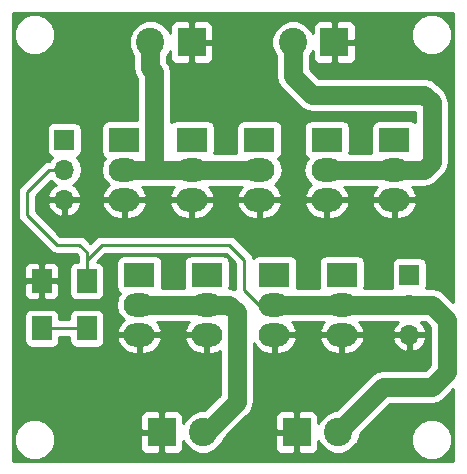
<source format=gbr>
G04 #@! TF.FileFunction,Copper,L1,Top,Signal*
%FSLAX46Y46*%
G04 Gerber Fmt 4.6, Leading zero omitted, Abs format (unit mm)*
G04 Created by KiCad (PCBNEW 4.0.7) date 04/10/18 14:29:16*
%MOMM*%
%LPD*%
G01*
G04 APERTURE LIST*
%ADD10C,0.100000*%
%ADD11R,1.700000X2.000000*%
%ADD12R,2.600000X2.000000*%
%ADD13O,2.600000X2.000000*%
%ADD14R,1.700000X1.700000*%
%ADD15O,1.700000X1.700000*%
%ADD16C,2.400000*%
%ADD17R,2.400000X2.400000*%
%ADD18C,0.250000*%
%ADD19C,1.600000*%
%ADD20C,0.254000*%
G04 APERTURE END LIST*
D10*
D11*
X116205000Y-87090000D03*
X116205000Y-83090000D03*
D12*
X119380000Y-71120000D03*
D13*
X119380000Y-73660000D03*
X119380000Y-76200000D03*
D12*
X130810000Y-71120000D03*
D13*
X130810000Y-73660000D03*
X130810000Y-76200000D03*
D14*
X114300000Y-71120000D03*
D15*
X114300000Y-73660000D03*
X114300000Y-76200000D03*
D14*
X143510000Y-82550000D03*
D15*
X143510000Y-85090000D03*
X143510000Y-87630000D03*
D12*
X125095000Y-71120000D03*
D13*
X125095000Y-73660000D03*
X125095000Y-76200000D03*
D12*
X142240000Y-71120000D03*
D13*
X142240000Y-73660000D03*
X142240000Y-76200000D03*
D12*
X136525000Y-71120000D03*
D13*
X136525000Y-73660000D03*
X136525000Y-76200000D03*
D11*
X112395000Y-87090000D03*
X112395000Y-83090000D03*
D12*
X132080000Y-82550000D03*
D13*
X132080000Y-85090000D03*
X132080000Y-87630000D03*
D12*
X137795000Y-82550000D03*
D13*
X137795000Y-85090000D03*
X137795000Y-87630000D03*
D12*
X120650000Y-82550000D03*
D13*
X120650000Y-85090000D03*
X120650000Y-87630000D03*
D12*
X126365000Y-82550000D03*
D13*
X126365000Y-85090000D03*
X126365000Y-87630000D03*
D16*
X137485000Y-95885000D03*
D17*
X133985000Y-95885000D03*
D16*
X126055000Y-95885000D03*
D17*
X122555000Y-95885000D03*
D16*
X121595000Y-62865000D03*
D17*
X125095000Y-62865000D03*
D16*
X133660000Y-62865000D03*
D17*
X137160000Y-62865000D03*
D18*
X132080000Y-85090000D02*
X130810000Y-85090000D01*
X130810000Y-85090000D02*
X129540000Y-83820000D01*
X117475000Y-80010000D02*
X116205000Y-81280000D01*
X128270000Y-80010000D02*
X117475000Y-80010000D01*
X129540000Y-81280000D02*
X128270000Y-80010000D01*
X129540000Y-83820000D02*
X129540000Y-81280000D01*
X114300000Y-73660000D02*
X113030000Y-73660000D01*
X116205000Y-80645000D02*
X116205000Y-81280000D01*
X116205000Y-81280000D02*
X116205000Y-83090000D01*
X115570000Y-80010000D02*
X116205000Y-80645000D01*
X113665000Y-80010000D02*
X115570000Y-80010000D01*
X111125000Y-77470000D02*
X113665000Y-80010000D01*
X111125000Y-75565000D02*
X111125000Y-77470000D01*
X113030000Y-73660000D02*
X111125000Y-75565000D01*
D19*
X143510000Y-85090000D02*
X145415000Y-85090000D01*
X141295000Y-92075000D02*
X137485000Y-95885000D01*
X145415000Y-92075000D02*
X141295000Y-92075000D01*
X146685000Y-90805000D02*
X145415000Y-92075000D01*
X146685000Y-86360000D02*
X146685000Y-90805000D01*
X145415000Y-85090000D02*
X146685000Y-86360000D01*
X132080000Y-85090000D02*
X137795000Y-85090000D01*
X137795000Y-85090000D02*
X139700000Y-85090000D01*
X139700000Y-85090000D02*
X143510000Y-85090000D01*
D18*
X112395000Y-87090000D02*
X116205000Y-87090000D01*
D19*
X125095000Y-73660000D02*
X130810000Y-73660000D01*
X119380000Y-73660000D02*
X121920000Y-73660000D01*
X121595000Y-65080000D02*
X121595000Y-62865000D01*
X121920000Y-65405000D02*
X121595000Y-65080000D01*
X121920000Y-73660000D02*
X121920000Y-65405000D01*
X119380000Y-73660000D02*
X125095000Y-73660000D01*
X120650000Y-85090000D02*
X126365000Y-85090000D01*
X126365000Y-85090000D02*
X128270000Y-85090000D01*
X128270000Y-85090000D02*
X128905000Y-85725000D01*
X128905000Y-85725000D02*
X128905000Y-93345000D01*
X128905000Y-93345000D02*
X126365000Y-95885000D01*
X126365000Y-95885000D02*
X126055000Y-95885000D01*
X136525000Y-73660000D02*
X142240000Y-73660000D01*
X142240000Y-73660000D02*
X144780000Y-73660000D01*
X144780000Y-73660000D02*
X145415000Y-73025000D01*
X145415000Y-73025000D02*
X145415000Y-67945000D01*
X145415000Y-67945000D02*
X144780000Y-67310000D01*
X144780000Y-67310000D02*
X135255000Y-67310000D01*
X135255000Y-67310000D02*
X133660000Y-65715000D01*
X133660000Y-65715000D02*
X133660000Y-62865000D01*
D20*
G36*
X147245000Y-84890604D02*
X146429698Y-84075302D01*
X146113597Y-83864090D01*
X145964151Y-83764233D01*
X145415000Y-83655000D01*
X144954306Y-83655000D01*
X144956431Y-83651890D01*
X145007440Y-83400000D01*
X145007440Y-81700000D01*
X144963162Y-81464683D01*
X144824090Y-81248559D01*
X144611890Y-81103569D01*
X144360000Y-81052560D01*
X142660000Y-81052560D01*
X142424683Y-81096838D01*
X142208559Y-81235910D01*
X142063569Y-81448110D01*
X142012560Y-81700000D01*
X142012560Y-83400000D01*
X142056838Y-83635317D01*
X142069504Y-83655000D01*
X139721177Y-83655000D01*
X139742440Y-83550000D01*
X139742440Y-81550000D01*
X139698162Y-81314683D01*
X139559090Y-81098559D01*
X139346890Y-80953569D01*
X139095000Y-80902560D01*
X136495000Y-80902560D01*
X136259683Y-80946838D01*
X136043559Y-81085910D01*
X135898569Y-81298110D01*
X135847560Y-81550000D01*
X135847560Y-83550000D01*
X135867317Y-83655000D01*
X134006177Y-83655000D01*
X134027440Y-83550000D01*
X134027440Y-81550000D01*
X133983162Y-81314683D01*
X133844090Y-81098559D01*
X133631890Y-80953569D01*
X133380000Y-80902560D01*
X130780000Y-80902560D01*
X130544683Y-80946838D01*
X130328559Y-81085910D01*
X130276537Y-81162046D01*
X130263909Y-81098559D01*
X130242148Y-80989160D01*
X130077401Y-80742599D01*
X128807401Y-79472599D01*
X128560839Y-79307852D01*
X128270000Y-79250000D01*
X117475000Y-79250000D01*
X117184160Y-79307852D01*
X116937599Y-79472599D01*
X116522500Y-79887698D01*
X116107401Y-79472599D01*
X115860839Y-79307852D01*
X115570000Y-79250000D01*
X113979802Y-79250000D01*
X111885000Y-77155198D01*
X111885000Y-76556890D01*
X112858524Y-76556890D01*
X113028355Y-76966924D01*
X113418642Y-77395183D01*
X113943108Y-77641486D01*
X114173000Y-77520819D01*
X114173000Y-76327000D01*
X114427000Y-76327000D01*
X114427000Y-77520819D01*
X114656892Y-77641486D01*
X115181358Y-77395183D01*
X115571645Y-76966924D01*
X115731724Y-76580434D01*
X117489876Y-76580434D01*
X117520856Y-76708355D01*
X117834078Y-77266317D01*
X118336980Y-77661942D01*
X118953000Y-77835000D01*
X119253000Y-77835000D01*
X119253000Y-76327000D01*
X119507000Y-76327000D01*
X119507000Y-77835000D01*
X119807000Y-77835000D01*
X120423020Y-77661942D01*
X120925922Y-77266317D01*
X121239144Y-76708355D01*
X121270124Y-76580434D01*
X123204876Y-76580434D01*
X123235856Y-76708355D01*
X123549078Y-77266317D01*
X124051980Y-77661942D01*
X124668000Y-77835000D01*
X124968000Y-77835000D01*
X124968000Y-76327000D01*
X125222000Y-76327000D01*
X125222000Y-77835000D01*
X125522000Y-77835000D01*
X126138020Y-77661942D01*
X126640922Y-77266317D01*
X126954144Y-76708355D01*
X126985124Y-76580434D01*
X128919876Y-76580434D01*
X128950856Y-76708355D01*
X129264078Y-77266317D01*
X129766980Y-77661942D01*
X130383000Y-77835000D01*
X130683000Y-77835000D01*
X130683000Y-76327000D01*
X130937000Y-76327000D01*
X130937000Y-77835000D01*
X131237000Y-77835000D01*
X131853020Y-77661942D01*
X132355922Y-77266317D01*
X132669144Y-76708355D01*
X132700124Y-76580434D01*
X134634876Y-76580434D01*
X134665856Y-76708355D01*
X134979078Y-77266317D01*
X135481980Y-77661942D01*
X136098000Y-77835000D01*
X136398000Y-77835000D01*
X136398000Y-76327000D01*
X136652000Y-76327000D01*
X136652000Y-77835000D01*
X136952000Y-77835000D01*
X137568020Y-77661942D01*
X138070922Y-77266317D01*
X138384144Y-76708355D01*
X138415124Y-76580434D01*
X140349876Y-76580434D01*
X140380856Y-76708355D01*
X140694078Y-77266317D01*
X141196980Y-77661942D01*
X141813000Y-77835000D01*
X142113000Y-77835000D01*
X142113000Y-76327000D01*
X142367000Y-76327000D01*
X142367000Y-77835000D01*
X142667000Y-77835000D01*
X143283020Y-77661942D01*
X143785922Y-77266317D01*
X144099144Y-76708355D01*
X144130124Y-76580434D01*
X144010777Y-76327000D01*
X142367000Y-76327000D01*
X142113000Y-76327000D01*
X140469223Y-76327000D01*
X140349876Y-76580434D01*
X138415124Y-76580434D01*
X138295777Y-76327000D01*
X136652000Y-76327000D01*
X136398000Y-76327000D01*
X134754223Y-76327000D01*
X134634876Y-76580434D01*
X132700124Y-76580434D01*
X132580777Y-76327000D01*
X130937000Y-76327000D01*
X130683000Y-76327000D01*
X129039223Y-76327000D01*
X128919876Y-76580434D01*
X126985124Y-76580434D01*
X126865777Y-76327000D01*
X125222000Y-76327000D01*
X124968000Y-76327000D01*
X123324223Y-76327000D01*
X123204876Y-76580434D01*
X121270124Y-76580434D01*
X121150777Y-76327000D01*
X119507000Y-76327000D01*
X119253000Y-76327000D01*
X117609223Y-76327000D01*
X117489876Y-76580434D01*
X115731724Y-76580434D01*
X115741476Y-76556890D01*
X115620155Y-76327000D01*
X114427000Y-76327000D01*
X114173000Y-76327000D01*
X112979845Y-76327000D01*
X112858524Y-76556890D01*
X111885000Y-76556890D01*
X111885000Y-75879802D01*
X113154321Y-74610481D01*
X113220853Y-74710054D01*
X113561553Y-74937702D01*
X113418642Y-75004817D01*
X113028355Y-75433076D01*
X112858524Y-75843110D01*
X112979845Y-76073000D01*
X114173000Y-76073000D01*
X114173000Y-76053000D01*
X114427000Y-76053000D01*
X114427000Y-76073000D01*
X115620155Y-76073000D01*
X115741476Y-75843110D01*
X115571645Y-75433076D01*
X115181358Y-75004817D01*
X115038447Y-74937702D01*
X115379147Y-74710054D01*
X115701054Y-74228285D01*
X115814093Y-73660000D01*
X117407091Y-73660000D01*
X117531548Y-74285687D01*
X117885971Y-74816120D01*
X118076188Y-74943219D01*
X117834078Y-75133683D01*
X117520856Y-75691645D01*
X117489876Y-75819566D01*
X117609223Y-76073000D01*
X119253000Y-76073000D01*
X119253000Y-76053000D01*
X119507000Y-76053000D01*
X119507000Y-76073000D01*
X121150777Y-76073000D01*
X121270124Y-75819566D01*
X121239144Y-75691645D01*
X120925922Y-75133683D01*
X120876750Y-75095000D01*
X123598250Y-75095000D01*
X123549078Y-75133683D01*
X123235856Y-75691645D01*
X123204876Y-75819566D01*
X123324223Y-76073000D01*
X124968000Y-76073000D01*
X124968000Y-76053000D01*
X125222000Y-76053000D01*
X125222000Y-76073000D01*
X126865777Y-76073000D01*
X126985124Y-75819566D01*
X126954144Y-75691645D01*
X126640922Y-75133683D01*
X126591750Y-75095000D01*
X129313250Y-75095000D01*
X129264078Y-75133683D01*
X128950856Y-75691645D01*
X128919876Y-75819566D01*
X129039223Y-76073000D01*
X130683000Y-76073000D01*
X130683000Y-76053000D01*
X130937000Y-76053000D01*
X130937000Y-76073000D01*
X132580777Y-76073000D01*
X132700124Y-75819566D01*
X132669144Y-75691645D01*
X132355922Y-75133683D01*
X132113812Y-74943219D01*
X132304029Y-74816120D01*
X132658452Y-74285687D01*
X132782909Y-73660000D01*
X132658452Y-73034313D01*
X132418907Y-72675808D01*
X132561441Y-72584090D01*
X132706431Y-72371890D01*
X132757440Y-72120000D01*
X132757440Y-70120000D01*
X132713162Y-69884683D01*
X132574090Y-69668559D01*
X132361890Y-69523569D01*
X132110000Y-69472560D01*
X129510000Y-69472560D01*
X129274683Y-69516838D01*
X129058559Y-69655910D01*
X128913569Y-69868110D01*
X128862560Y-70120000D01*
X128862560Y-72120000D01*
X128882317Y-72225000D01*
X127021177Y-72225000D01*
X127042440Y-72120000D01*
X127042440Y-70120000D01*
X126998162Y-69884683D01*
X126859090Y-69668559D01*
X126646890Y-69523569D01*
X126395000Y-69472560D01*
X123795000Y-69472560D01*
X123559683Y-69516838D01*
X123355000Y-69648548D01*
X123355000Y-65405000D01*
X123245767Y-64855849D01*
X123030000Y-64532931D01*
X123030000Y-64025322D01*
X123149730Y-63905801D01*
X123260000Y-63640242D01*
X123260000Y-64191310D01*
X123356673Y-64424699D01*
X123535302Y-64603327D01*
X123768691Y-64700000D01*
X124809250Y-64700000D01*
X124968000Y-64541250D01*
X124968000Y-62992000D01*
X125222000Y-62992000D01*
X125222000Y-64541250D01*
X125380750Y-64700000D01*
X126421309Y-64700000D01*
X126654698Y-64603327D01*
X126833327Y-64424699D01*
X126930000Y-64191310D01*
X126930000Y-63228403D01*
X131824682Y-63228403D01*
X132103455Y-63903086D01*
X132225000Y-64024843D01*
X132225000Y-65715000D01*
X132334233Y-66264151D01*
X132501845Y-66515000D01*
X132645302Y-66729698D01*
X134240302Y-68324698D01*
X134705849Y-68635767D01*
X135255000Y-68745000D01*
X143980000Y-68745000D01*
X143980000Y-69652099D01*
X143791890Y-69523569D01*
X143540000Y-69472560D01*
X140940000Y-69472560D01*
X140704683Y-69516838D01*
X140488559Y-69655910D01*
X140343569Y-69868110D01*
X140292560Y-70120000D01*
X140292560Y-72120000D01*
X140312317Y-72225000D01*
X138451177Y-72225000D01*
X138472440Y-72120000D01*
X138472440Y-70120000D01*
X138428162Y-69884683D01*
X138289090Y-69668559D01*
X138076890Y-69523569D01*
X137825000Y-69472560D01*
X135225000Y-69472560D01*
X134989683Y-69516838D01*
X134773559Y-69655910D01*
X134628569Y-69868110D01*
X134577560Y-70120000D01*
X134577560Y-72120000D01*
X134621838Y-72355317D01*
X134760910Y-72571441D01*
X134915329Y-72676951D01*
X134676548Y-73034313D01*
X134552091Y-73660000D01*
X134676548Y-74285687D01*
X135030971Y-74816120D01*
X135221188Y-74943219D01*
X134979078Y-75133683D01*
X134665856Y-75691645D01*
X134634876Y-75819566D01*
X134754223Y-76073000D01*
X136398000Y-76073000D01*
X136398000Y-76053000D01*
X136652000Y-76053000D01*
X136652000Y-76073000D01*
X138295777Y-76073000D01*
X138415124Y-75819566D01*
X138384144Y-75691645D01*
X138070922Y-75133683D01*
X138021750Y-75095000D01*
X140743250Y-75095000D01*
X140694078Y-75133683D01*
X140380856Y-75691645D01*
X140349876Y-75819566D01*
X140469223Y-76073000D01*
X142113000Y-76073000D01*
X142113000Y-76053000D01*
X142367000Y-76053000D01*
X142367000Y-76073000D01*
X144010777Y-76073000D01*
X144130124Y-75819566D01*
X144099144Y-75691645D01*
X143785922Y-75133683D01*
X143736750Y-75095000D01*
X144780000Y-75095000D01*
X145329151Y-74985767D01*
X145794698Y-74674698D01*
X146429699Y-74039698D01*
X146740768Y-73574150D01*
X146850000Y-73025000D01*
X146850000Y-67945000D01*
X146832923Y-67859150D01*
X146740768Y-67395850D01*
X146429699Y-66930302D01*
X145794698Y-66295302D01*
X145494473Y-66094698D01*
X145329151Y-65984233D01*
X144780000Y-65875000D01*
X135849396Y-65875000D01*
X135095000Y-65120604D01*
X135095000Y-64025322D01*
X135214730Y-63905801D01*
X135325000Y-63640242D01*
X135325000Y-64191310D01*
X135421673Y-64424699D01*
X135600302Y-64603327D01*
X135833691Y-64700000D01*
X136874250Y-64700000D01*
X137033000Y-64541250D01*
X137033000Y-62992000D01*
X137287000Y-62992000D01*
X137287000Y-64541250D01*
X137445750Y-64700000D01*
X138486309Y-64700000D01*
X138719698Y-64603327D01*
X138898327Y-64424699D01*
X138995000Y-64191310D01*
X138995000Y-63150750D01*
X138836250Y-62992000D01*
X137287000Y-62992000D01*
X137033000Y-62992000D01*
X137013000Y-62992000D01*
X137013000Y-62738000D01*
X137033000Y-62738000D01*
X137033000Y-61188750D01*
X137287000Y-61188750D01*
X137287000Y-62738000D01*
X138836250Y-62738000D01*
X138995000Y-62579250D01*
X138995000Y-62573599D01*
X143679699Y-62573599D01*
X143943281Y-63211515D01*
X144430918Y-63700004D01*
X145068373Y-63964699D01*
X145758599Y-63965301D01*
X146396515Y-63701719D01*
X146885004Y-63214082D01*
X147149699Y-62576627D01*
X147150301Y-61886401D01*
X146886719Y-61248485D01*
X146399082Y-60759996D01*
X145761627Y-60495301D01*
X145071401Y-60494699D01*
X144433485Y-60758281D01*
X143944996Y-61245918D01*
X143680301Y-61883373D01*
X143679699Y-62573599D01*
X138995000Y-62573599D01*
X138995000Y-61538690D01*
X138898327Y-61305301D01*
X138719698Y-61126673D01*
X138486309Y-61030000D01*
X137445750Y-61030000D01*
X137287000Y-61188750D01*
X137033000Y-61188750D01*
X136874250Y-61030000D01*
X135833691Y-61030000D01*
X135600302Y-61126673D01*
X135421673Y-61305301D01*
X135325000Y-61538690D01*
X135325000Y-62089395D01*
X135216545Y-61826914D01*
X134700801Y-61310270D01*
X134026605Y-61030319D01*
X133296597Y-61029682D01*
X132621914Y-61308455D01*
X132105270Y-61824199D01*
X131825319Y-62498395D01*
X131824682Y-63228403D01*
X126930000Y-63228403D01*
X126930000Y-63150750D01*
X126771250Y-62992000D01*
X125222000Y-62992000D01*
X124968000Y-62992000D01*
X124948000Y-62992000D01*
X124948000Y-62738000D01*
X124968000Y-62738000D01*
X124968000Y-61188750D01*
X125222000Y-61188750D01*
X125222000Y-62738000D01*
X126771250Y-62738000D01*
X126930000Y-62579250D01*
X126930000Y-61538690D01*
X126833327Y-61305301D01*
X126654698Y-61126673D01*
X126421309Y-61030000D01*
X125380750Y-61030000D01*
X125222000Y-61188750D01*
X124968000Y-61188750D01*
X124809250Y-61030000D01*
X123768691Y-61030000D01*
X123535302Y-61126673D01*
X123356673Y-61305301D01*
X123260000Y-61538690D01*
X123260000Y-62089395D01*
X123151545Y-61826914D01*
X122635801Y-61310270D01*
X121961605Y-61030319D01*
X121231597Y-61029682D01*
X120556914Y-61308455D01*
X120040270Y-61824199D01*
X119760319Y-62498395D01*
X119759682Y-63228403D01*
X120038455Y-63903086D01*
X120160000Y-64024843D01*
X120160000Y-65080000D01*
X120269233Y-65629151D01*
X120485000Y-65952069D01*
X120485000Y-69472560D01*
X118080000Y-69472560D01*
X117844683Y-69516838D01*
X117628559Y-69655910D01*
X117483569Y-69868110D01*
X117432560Y-70120000D01*
X117432560Y-72120000D01*
X117476838Y-72355317D01*
X117615910Y-72571441D01*
X117770329Y-72676951D01*
X117531548Y-73034313D01*
X117407091Y-73660000D01*
X115814093Y-73660000D01*
X115701054Y-73091715D01*
X115379147Y-72609946D01*
X115337548Y-72582150D01*
X115385317Y-72573162D01*
X115601441Y-72434090D01*
X115746431Y-72221890D01*
X115797440Y-71970000D01*
X115797440Y-70270000D01*
X115753162Y-70034683D01*
X115614090Y-69818559D01*
X115401890Y-69673569D01*
X115150000Y-69622560D01*
X113450000Y-69622560D01*
X113214683Y-69666838D01*
X112998559Y-69805910D01*
X112853569Y-70018110D01*
X112802560Y-70270000D01*
X112802560Y-71970000D01*
X112846838Y-72205317D01*
X112985910Y-72421441D01*
X113198110Y-72566431D01*
X113265541Y-72580086D01*
X113220853Y-72609946D01*
X113026593Y-72900678D01*
X112739161Y-72957852D01*
X112492599Y-73122599D01*
X110587599Y-75027599D01*
X110422852Y-75274161D01*
X110365000Y-75565000D01*
X110365000Y-77470000D01*
X110422852Y-77760839D01*
X110587599Y-78007401D01*
X113127599Y-80547401D01*
X113374160Y-80712148D01*
X113422414Y-80721746D01*
X113665000Y-80770000D01*
X115255198Y-80770000D01*
X115445000Y-80959802D01*
X115445000Y-81442560D01*
X115355000Y-81442560D01*
X115119683Y-81486838D01*
X114903559Y-81625910D01*
X114758569Y-81838110D01*
X114707560Y-82090000D01*
X114707560Y-84090000D01*
X114751838Y-84325317D01*
X114890910Y-84541441D01*
X115103110Y-84686431D01*
X115355000Y-84737440D01*
X117055000Y-84737440D01*
X117290317Y-84693162D01*
X117506441Y-84554090D01*
X117651431Y-84341890D01*
X117702440Y-84090000D01*
X117702440Y-82090000D01*
X117658162Y-81854683D01*
X117519090Y-81638559D01*
X117306890Y-81493569D01*
X117106760Y-81453042D01*
X117789802Y-80770000D01*
X127955198Y-80770000D01*
X128780000Y-81594802D01*
X128780000Y-83756445D01*
X128290357Y-83659049D01*
X128312440Y-83550000D01*
X128312440Y-81550000D01*
X128268162Y-81314683D01*
X128129090Y-81098559D01*
X127916890Y-80953569D01*
X127665000Y-80902560D01*
X125065000Y-80902560D01*
X124829683Y-80946838D01*
X124613559Y-81085910D01*
X124468569Y-81298110D01*
X124417560Y-81550000D01*
X124417560Y-83550000D01*
X124437317Y-83655000D01*
X122576177Y-83655000D01*
X122597440Y-83550000D01*
X122597440Y-81550000D01*
X122553162Y-81314683D01*
X122414090Y-81098559D01*
X122201890Y-80953569D01*
X121950000Y-80902560D01*
X119350000Y-80902560D01*
X119114683Y-80946838D01*
X118898559Y-81085910D01*
X118753569Y-81298110D01*
X118702560Y-81550000D01*
X118702560Y-83550000D01*
X118746838Y-83785317D01*
X118885910Y-84001441D01*
X119040329Y-84106951D01*
X118801548Y-84464313D01*
X118677091Y-85090000D01*
X118801548Y-85715687D01*
X119155971Y-86246120D01*
X119346188Y-86373219D01*
X119104078Y-86563683D01*
X118790856Y-87121645D01*
X118759876Y-87249566D01*
X118879223Y-87503000D01*
X120523000Y-87503000D01*
X120523000Y-87483000D01*
X120777000Y-87483000D01*
X120777000Y-87503000D01*
X122420777Y-87503000D01*
X122540124Y-87249566D01*
X122509144Y-87121645D01*
X122195922Y-86563683D01*
X122146750Y-86525000D01*
X124868250Y-86525000D01*
X124819078Y-86563683D01*
X124505856Y-87121645D01*
X124474876Y-87249566D01*
X124594223Y-87503000D01*
X126238000Y-87503000D01*
X126238000Y-87483000D01*
X126492000Y-87483000D01*
X126492000Y-87503000D01*
X126512000Y-87503000D01*
X126512000Y-87757000D01*
X126492000Y-87757000D01*
X126492000Y-89265000D01*
X126792000Y-89265000D01*
X127408020Y-89091942D01*
X127470000Y-89043183D01*
X127470000Y-92750603D01*
X126170504Y-94050100D01*
X125691597Y-94049682D01*
X125016914Y-94328455D01*
X124500270Y-94844199D01*
X124390000Y-95109758D01*
X124390000Y-94558690D01*
X124293327Y-94325301D01*
X124114698Y-94146673D01*
X123881309Y-94050000D01*
X122840750Y-94050000D01*
X122682000Y-94208750D01*
X122682000Y-95758000D01*
X122702000Y-95758000D01*
X122702000Y-96012000D01*
X122682000Y-96012000D01*
X122682000Y-97561250D01*
X122840750Y-97720000D01*
X123881309Y-97720000D01*
X124114698Y-97623327D01*
X124293327Y-97444699D01*
X124390000Y-97211310D01*
X124390000Y-96660605D01*
X124498455Y-96923086D01*
X125014199Y-97439730D01*
X125688395Y-97719681D01*
X126418403Y-97720318D01*
X127093086Y-97441545D01*
X127609730Y-96925801D01*
X127791610Y-96487786D01*
X128108646Y-96170750D01*
X132150000Y-96170750D01*
X132150000Y-97211310D01*
X132246673Y-97444699D01*
X132425302Y-97623327D01*
X132658691Y-97720000D01*
X133699250Y-97720000D01*
X133858000Y-97561250D01*
X133858000Y-96012000D01*
X132308750Y-96012000D01*
X132150000Y-96170750D01*
X128108646Y-96170750D01*
X129720706Y-94558690D01*
X132150000Y-94558690D01*
X132150000Y-95599250D01*
X132308750Y-95758000D01*
X133858000Y-95758000D01*
X133858000Y-94208750D01*
X133699250Y-94050000D01*
X132658691Y-94050000D01*
X132425302Y-94146673D01*
X132246673Y-94325301D01*
X132150000Y-94558690D01*
X129720706Y-94558690D01*
X129919698Y-94359699D01*
X130230767Y-93894151D01*
X130307179Y-93510000D01*
X130340000Y-93345000D01*
X130340000Y-88350594D01*
X130534078Y-88696317D01*
X131036980Y-89091942D01*
X131653000Y-89265000D01*
X131953000Y-89265000D01*
X131953000Y-87757000D01*
X132207000Y-87757000D01*
X132207000Y-89265000D01*
X132507000Y-89265000D01*
X133123020Y-89091942D01*
X133625922Y-88696317D01*
X133939144Y-88138355D01*
X133970124Y-88010434D01*
X135904876Y-88010434D01*
X135935856Y-88138355D01*
X136249078Y-88696317D01*
X136751980Y-89091942D01*
X137368000Y-89265000D01*
X137668000Y-89265000D01*
X137668000Y-87757000D01*
X137922000Y-87757000D01*
X137922000Y-89265000D01*
X138222000Y-89265000D01*
X138838020Y-89091942D01*
X139340922Y-88696317D01*
X139654144Y-88138355D01*
X139685124Y-88010434D01*
X139674037Y-87986890D01*
X142068524Y-87986890D01*
X142238355Y-88396924D01*
X142628642Y-88825183D01*
X143153108Y-89071486D01*
X143383000Y-88950819D01*
X143383000Y-87757000D01*
X143637000Y-87757000D01*
X143637000Y-88950819D01*
X143866892Y-89071486D01*
X144391358Y-88825183D01*
X144781645Y-88396924D01*
X144951476Y-87986890D01*
X144830155Y-87757000D01*
X143637000Y-87757000D01*
X143383000Y-87757000D01*
X142189845Y-87757000D01*
X142068524Y-87986890D01*
X139674037Y-87986890D01*
X139565777Y-87757000D01*
X137922000Y-87757000D01*
X137668000Y-87757000D01*
X136024223Y-87757000D01*
X135904876Y-88010434D01*
X133970124Y-88010434D01*
X133850777Y-87757000D01*
X132207000Y-87757000D01*
X131953000Y-87757000D01*
X131933000Y-87757000D01*
X131933000Y-87503000D01*
X131953000Y-87503000D01*
X131953000Y-87483000D01*
X132207000Y-87483000D01*
X132207000Y-87503000D01*
X133850777Y-87503000D01*
X133970124Y-87249566D01*
X133939144Y-87121645D01*
X133625922Y-86563683D01*
X133576750Y-86525000D01*
X136298250Y-86525000D01*
X136249078Y-86563683D01*
X135935856Y-87121645D01*
X135904876Y-87249566D01*
X136024223Y-87503000D01*
X137668000Y-87503000D01*
X137668000Y-87483000D01*
X137922000Y-87483000D01*
X137922000Y-87503000D01*
X139565777Y-87503000D01*
X139685124Y-87249566D01*
X139654144Y-87121645D01*
X139340922Y-86563683D01*
X139291750Y-86525000D01*
X142546455Y-86525000D01*
X142238355Y-86863076D01*
X142068524Y-87273110D01*
X142189845Y-87503000D01*
X143383000Y-87503000D01*
X143383000Y-87483000D01*
X143637000Y-87483000D01*
X143637000Y-87503000D01*
X144830155Y-87503000D01*
X144951476Y-87273110D01*
X144781645Y-86863076D01*
X144473545Y-86525000D01*
X144820604Y-86525000D01*
X145250000Y-86954396D01*
X145250000Y-90210604D01*
X144820604Y-90640000D01*
X141295000Y-90640000D01*
X140745849Y-90749233D01*
X140280302Y-91060302D01*
X137290774Y-94049830D01*
X137121597Y-94049682D01*
X136446914Y-94328455D01*
X135930270Y-94844199D01*
X135820000Y-95109758D01*
X135820000Y-94558690D01*
X135723327Y-94325301D01*
X135544698Y-94146673D01*
X135311309Y-94050000D01*
X134270750Y-94050000D01*
X134112000Y-94208750D01*
X134112000Y-95758000D01*
X134132000Y-95758000D01*
X134132000Y-96012000D01*
X134112000Y-96012000D01*
X134112000Y-97561250D01*
X134270750Y-97720000D01*
X135311309Y-97720000D01*
X135544698Y-97623327D01*
X135723327Y-97444699D01*
X135820000Y-97211310D01*
X135820000Y-96660605D01*
X135928455Y-96923086D01*
X136444199Y-97439730D01*
X137118395Y-97719681D01*
X137848403Y-97720318D01*
X138523086Y-97441545D01*
X139039730Y-96925801D01*
X139065558Y-96863599D01*
X143679699Y-96863599D01*
X143943281Y-97501515D01*
X144430918Y-97990004D01*
X145068373Y-98254699D01*
X145758599Y-98255301D01*
X146396515Y-97991719D01*
X146885004Y-97504082D01*
X147149699Y-96866627D01*
X147150301Y-96176401D01*
X146886719Y-95538485D01*
X146399082Y-95049996D01*
X145761627Y-94785301D01*
X145071401Y-94784699D01*
X144433485Y-95048281D01*
X143944996Y-95535918D01*
X143680301Y-96173373D01*
X143679699Y-96863599D01*
X139065558Y-96863599D01*
X139319681Y-96251605D01*
X139319831Y-96079565D01*
X141889396Y-93510000D01*
X145415000Y-93510000D01*
X145964151Y-93400767D01*
X146429698Y-93089698D01*
X147245000Y-92274396D01*
X147245000Y-98350000D01*
X109930000Y-98350000D01*
X109930000Y-96863599D01*
X110024699Y-96863599D01*
X110288281Y-97501515D01*
X110775918Y-97990004D01*
X111413373Y-98254699D01*
X112103599Y-98255301D01*
X112741515Y-97991719D01*
X113230004Y-97504082D01*
X113494699Y-96866627D01*
X113495301Y-96176401D01*
X113492967Y-96170750D01*
X120720000Y-96170750D01*
X120720000Y-97211310D01*
X120816673Y-97444699D01*
X120995302Y-97623327D01*
X121228691Y-97720000D01*
X122269250Y-97720000D01*
X122428000Y-97561250D01*
X122428000Y-96012000D01*
X120878750Y-96012000D01*
X120720000Y-96170750D01*
X113492967Y-96170750D01*
X113231719Y-95538485D01*
X112744082Y-95049996D01*
X112106627Y-94785301D01*
X111416401Y-94784699D01*
X110778485Y-95048281D01*
X110289996Y-95535918D01*
X110025301Y-96173373D01*
X110024699Y-96863599D01*
X109930000Y-96863599D01*
X109930000Y-94558690D01*
X120720000Y-94558690D01*
X120720000Y-95599250D01*
X120878750Y-95758000D01*
X122428000Y-95758000D01*
X122428000Y-94208750D01*
X122269250Y-94050000D01*
X121228691Y-94050000D01*
X120995302Y-94146673D01*
X120816673Y-94325301D01*
X120720000Y-94558690D01*
X109930000Y-94558690D01*
X109930000Y-86090000D01*
X110897560Y-86090000D01*
X110897560Y-88090000D01*
X110941838Y-88325317D01*
X111080910Y-88541441D01*
X111293110Y-88686431D01*
X111545000Y-88737440D01*
X113245000Y-88737440D01*
X113480317Y-88693162D01*
X113696441Y-88554090D01*
X113841431Y-88341890D01*
X113892440Y-88090000D01*
X113892440Y-87850000D01*
X114707560Y-87850000D01*
X114707560Y-88090000D01*
X114751838Y-88325317D01*
X114890910Y-88541441D01*
X115103110Y-88686431D01*
X115355000Y-88737440D01*
X117055000Y-88737440D01*
X117290317Y-88693162D01*
X117506441Y-88554090D01*
X117651431Y-88341890D01*
X117702440Y-88090000D01*
X117702440Y-88010434D01*
X118759876Y-88010434D01*
X118790856Y-88138355D01*
X119104078Y-88696317D01*
X119606980Y-89091942D01*
X120223000Y-89265000D01*
X120523000Y-89265000D01*
X120523000Y-87757000D01*
X120777000Y-87757000D01*
X120777000Y-89265000D01*
X121077000Y-89265000D01*
X121693020Y-89091942D01*
X122195922Y-88696317D01*
X122509144Y-88138355D01*
X122540124Y-88010434D01*
X124474876Y-88010434D01*
X124505856Y-88138355D01*
X124819078Y-88696317D01*
X125321980Y-89091942D01*
X125938000Y-89265000D01*
X126238000Y-89265000D01*
X126238000Y-87757000D01*
X124594223Y-87757000D01*
X124474876Y-88010434D01*
X122540124Y-88010434D01*
X122420777Y-87757000D01*
X120777000Y-87757000D01*
X120523000Y-87757000D01*
X118879223Y-87757000D01*
X118759876Y-88010434D01*
X117702440Y-88010434D01*
X117702440Y-86090000D01*
X117658162Y-85854683D01*
X117519090Y-85638559D01*
X117306890Y-85493569D01*
X117055000Y-85442560D01*
X115355000Y-85442560D01*
X115119683Y-85486838D01*
X114903559Y-85625910D01*
X114758569Y-85838110D01*
X114707560Y-86090000D01*
X114707560Y-86330000D01*
X113892440Y-86330000D01*
X113892440Y-86090000D01*
X113848162Y-85854683D01*
X113709090Y-85638559D01*
X113496890Y-85493569D01*
X113245000Y-85442560D01*
X111545000Y-85442560D01*
X111309683Y-85486838D01*
X111093559Y-85625910D01*
X110948569Y-85838110D01*
X110897560Y-86090000D01*
X109930000Y-86090000D01*
X109930000Y-83375750D01*
X110910000Y-83375750D01*
X110910000Y-84216309D01*
X111006673Y-84449698D01*
X111185301Y-84628327D01*
X111418690Y-84725000D01*
X112109250Y-84725000D01*
X112268000Y-84566250D01*
X112268000Y-83217000D01*
X112522000Y-83217000D01*
X112522000Y-84566250D01*
X112680750Y-84725000D01*
X113371310Y-84725000D01*
X113604699Y-84628327D01*
X113783327Y-84449698D01*
X113880000Y-84216309D01*
X113880000Y-83375750D01*
X113721250Y-83217000D01*
X112522000Y-83217000D01*
X112268000Y-83217000D01*
X111068750Y-83217000D01*
X110910000Y-83375750D01*
X109930000Y-83375750D01*
X109930000Y-81963691D01*
X110910000Y-81963691D01*
X110910000Y-82804250D01*
X111068750Y-82963000D01*
X112268000Y-82963000D01*
X112268000Y-81613750D01*
X112522000Y-81613750D01*
X112522000Y-82963000D01*
X113721250Y-82963000D01*
X113880000Y-82804250D01*
X113880000Y-81963691D01*
X113783327Y-81730302D01*
X113604699Y-81551673D01*
X113371310Y-81455000D01*
X112680750Y-81455000D01*
X112522000Y-81613750D01*
X112268000Y-81613750D01*
X112109250Y-81455000D01*
X111418690Y-81455000D01*
X111185301Y-81551673D01*
X111006673Y-81730302D01*
X110910000Y-81963691D01*
X109930000Y-81963691D01*
X109930000Y-62573599D01*
X110024699Y-62573599D01*
X110288281Y-63211515D01*
X110775918Y-63700004D01*
X111413373Y-63964699D01*
X112103599Y-63965301D01*
X112741515Y-63701719D01*
X113230004Y-63214082D01*
X113494699Y-62576627D01*
X113495301Y-61886401D01*
X113231719Y-61248485D01*
X112744082Y-60759996D01*
X112106627Y-60495301D01*
X111416401Y-60494699D01*
X110778485Y-60758281D01*
X110289996Y-61245918D01*
X110025301Y-61883373D01*
X110024699Y-62573599D01*
X109930000Y-62573599D01*
X109930000Y-60400000D01*
X147245000Y-60400000D01*
X147245000Y-84890604D01*
X147245000Y-84890604D01*
G37*
X147245000Y-84890604D02*
X146429698Y-84075302D01*
X146113597Y-83864090D01*
X145964151Y-83764233D01*
X145415000Y-83655000D01*
X144954306Y-83655000D01*
X144956431Y-83651890D01*
X145007440Y-83400000D01*
X145007440Y-81700000D01*
X144963162Y-81464683D01*
X144824090Y-81248559D01*
X144611890Y-81103569D01*
X144360000Y-81052560D01*
X142660000Y-81052560D01*
X142424683Y-81096838D01*
X142208559Y-81235910D01*
X142063569Y-81448110D01*
X142012560Y-81700000D01*
X142012560Y-83400000D01*
X142056838Y-83635317D01*
X142069504Y-83655000D01*
X139721177Y-83655000D01*
X139742440Y-83550000D01*
X139742440Y-81550000D01*
X139698162Y-81314683D01*
X139559090Y-81098559D01*
X139346890Y-80953569D01*
X139095000Y-80902560D01*
X136495000Y-80902560D01*
X136259683Y-80946838D01*
X136043559Y-81085910D01*
X135898569Y-81298110D01*
X135847560Y-81550000D01*
X135847560Y-83550000D01*
X135867317Y-83655000D01*
X134006177Y-83655000D01*
X134027440Y-83550000D01*
X134027440Y-81550000D01*
X133983162Y-81314683D01*
X133844090Y-81098559D01*
X133631890Y-80953569D01*
X133380000Y-80902560D01*
X130780000Y-80902560D01*
X130544683Y-80946838D01*
X130328559Y-81085910D01*
X130276537Y-81162046D01*
X130263909Y-81098559D01*
X130242148Y-80989160D01*
X130077401Y-80742599D01*
X128807401Y-79472599D01*
X128560839Y-79307852D01*
X128270000Y-79250000D01*
X117475000Y-79250000D01*
X117184160Y-79307852D01*
X116937599Y-79472599D01*
X116522500Y-79887698D01*
X116107401Y-79472599D01*
X115860839Y-79307852D01*
X115570000Y-79250000D01*
X113979802Y-79250000D01*
X111885000Y-77155198D01*
X111885000Y-76556890D01*
X112858524Y-76556890D01*
X113028355Y-76966924D01*
X113418642Y-77395183D01*
X113943108Y-77641486D01*
X114173000Y-77520819D01*
X114173000Y-76327000D01*
X114427000Y-76327000D01*
X114427000Y-77520819D01*
X114656892Y-77641486D01*
X115181358Y-77395183D01*
X115571645Y-76966924D01*
X115731724Y-76580434D01*
X117489876Y-76580434D01*
X117520856Y-76708355D01*
X117834078Y-77266317D01*
X118336980Y-77661942D01*
X118953000Y-77835000D01*
X119253000Y-77835000D01*
X119253000Y-76327000D01*
X119507000Y-76327000D01*
X119507000Y-77835000D01*
X119807000Y-77835000D01*
X120423020Y-77661942D01*
X120925922Y-77266317D01*
X121239144Y-76708355D01*
X121270124Y-76580434D01*
X123204876Y-76580434D01*
X123235856Y-76708355D01*
X123549078Y-77266317D01*
X124051980Y-77661942D01*
X124668000Y-77835000D01*
X124968000Y-77835000D01*
X124968000Y-76327000D01*
X125222000Y-76327000D01*
X125222000Y-77835000D01*
X125522000Y-77835000D01*
X126138020Y-77661942D01*
X126640922Y-77266317D01*
X126954144Y-76708355D01*
X126985124Y-76580434D01*
X128919876Y-76580434D01*
X128950856Y-76708355D01*
X129264078Y-77266317D01*
X129766980Y-77661942D01*
X130383000Y-77835000D01*
X130683000Y-77835000D01*
X130683000Y-76327000D01*
X130937000Y-76327000D01*
X130937000Y-77835000D01*
X131237000Y-77835000D01*
X131853020Y-77661942D01*
X132355922Y-77266317D01*
X132669144Y-76708355D01*
X132700124Y-76580434D01*
X134634876Y-76580434D01*
X134665856Y-76708355D01*
X134979078Y-77266317D01*
X135481980Y-77661942D01*
X136098000Y-77835000D01*
X136398000Y-77835000D01*
X136398000Y-76327000D01*
X136652000Y-76327000D01*
X136652000Y-77835000D01*
X136952000Y-77835000D01*
X137568020Y-77661942D01*
X138070922Y-77266317D01*
X138384144Y-76708355D01*
X138415124Y-76580434D01*
X140349876Y-76580434D01*
X140380856Y-76708355D01*
X140694078Y-77266317D01*
X141196980Y-77661942D01*
X141813000Y-77835000D01*
X142113000Y-77835000D01*
X142113000Y-76327000D01*
X142367000Y-76327000D01*
X142367000Y-77835000D01*
X142667000Y-77835000D01*
X143283020Y-77661942D01*
X143785922Y-77266317D01*
X144099144Y-76708355D01*
X144130124Y-76580434D01*
X144010777Y-76327000D01*
X142367000Y-76327000D01*
X142113000Y-76327000D01*
X140469223Y-76327000D01*
X140349876Y-76580434D01*
X138415124Y-76580434D01*
X138295777Y-76327000D01*
X136652000Y-76327000D01*
X136398000Y-76327000D01*
X134754223Y-76327000D01*
X134634876Y-76580434D01*
X132700124Y-76580434D01*
X132580777Y-76327000D01*
X130937000Y-76327000D01*
X130683000Y-76327000D01*
X129039223Y-76327000D01*
X128919876Y-76580434D01*
X126985124Y-76580434D01*
X126865777Y-76327000D01*
X125222000Y-76327000D01*
X124968000Y-76327000D01*
X123324223Y-76327000D01*
X123204876Y-76580434D01*
X121270124Y-76580434D01*
X121150777Y-76327000D01*
X119507000Y-76327000D01*
X119253000Y-76327000D01*
X117609223Y-76327000D01*
X117489876Y-76580434D01*
X115731724Y-76580434D01*
X115741476Y-76556890D01*
X115620155Y-76327000D01*
X114427000Y-76327000D01*
X114173000Y-76327000D01*
X112979845Y-76327000D01*
X112858524Y-76556890D01*
X111885000Y-76556890D01*
X111885000Y-75879802D01*
X113154321Y-74610481D01*
X113220853Y-74710054D01*
X113561553Y-74937702D01*
X113418642Y-75004817D01*
X113028355Y-75433076D01*
X112858524Y-75843110D01*
X112979845Y-76073000D01*
X114173000Y-76073000D01*
X114173000Y-76053000D01*
X114427000Y-76053000D01*
X114427000Y-76073000D01*
X115620155Y-76073000D01*
X115741476Y-75843110D01*
X115571645Y-75433076D01*
X115181358Y-75004817D01*
X115038447Y-74937702D01*
X115379147Y-74710054D01*
X115701054Y-74228285D01*
X115814093Y-73660000D01*
X117407091Y-73660000D01*
X117531548Y-74285687D01*
X117885971Y-74816120D01*
X118076188Y-74943219D01*
X117834078Y-75133683D01*
X117520856Y-75691645D01*
X117489876Y-75819566D01*
X117609223Y-76073000D01*
X119253000Y-76073000D01*
X119253000Y-76053000D01*
X119507000Y-76053000D01*
X119507000Y-76073000D01*
X121150777Y-76073000D01*
X121270124Y-75819566D01*
X121239144Y-75691645D01*
X120925922Y-75133683D01*
X120876750Y-75095000D01*
X123598250Y-75095000D01*
X123549078Y-75133683D01*
X123235856Y-75691645D01*
X123204876Y-75819566D01*
X123324223Y-76073000D01*
X124968000Y-76073000D01*
X124968000Y-76053000D01*
X125222000Y-76053000D01*
X125222000Y-76073000D01*
X126865777Y-76073000D01*
X126985124Y-75819566D01*
X126954144Y-75691645D01*
X126640922Y-75133683D01*
X126591750Y-75095000D01*
X129313250Y-75095000D01*
X129264078Y-75133683D01*
X128950856Y-75691645D01*
X128919876Y-75819566D01*
X129039223Y-76073000D01*
X130683000Y-76073000D01*
X130683000Y-76053000D01*
X130937000Y-76053000D01*
X130937000Y-76073000D01*
X132580777Y-76073000D01*
X132700124Y-75819566D01*
X132669144Y-75691645D01*
X132355922Y-75133683D01*
X132113812Y-74943219D01*
X132304029Y-74816120D01*
X132658452Y-74285687D01*
X132782909Y-73660000D01*
X132658452Y-73034313D01*
X132418907Y-72675808D01*
X132561441Y-72584090D01*
X132706431Y-72371890D01*
X132757440Y-72120000D01*
X132757440Y-70120000D01*
X132713162Y-69884683D01*
X132574090Y-69668559D01*
X132361890Y-69523569D01*
X132110000Y-69472560D01*
X129510000Y-69472560D01*
X129274683Y-69516838D01*
X129058559Y-69655910D01*
X128913569Y-69868110D01*
X128862560Y-70120000D01*
X128862560Y-72120000D01*
X128882317Y-72225000D01*
X127021177Y-72225000D01*
X127042440Y-72120000D01*
X127042440Y-70120000D01*
X126998162Y-69884683D01*
X126859090Y-69668559D01*
X126646890Y-69523569D01*
X126395000Y-69472560D01*
X123795000Y-69472560D01*
X123559683Y-69516838D01*
X123355000Y-69648548D01*
X123355000Y-65405000D01*
X123245767Y-64855849D01*
X123030000Y-64532931D01*
X123030000Y-64025322D01*
X123149730Y-63905801D01*
X123260000Y-63640242D01*
X123260000Y-64191310D01*
X123356673Y-64424699D01*
X123535302Y-64603327D01*
X123768691Y-64700000D01*
X124809250Y-64700000D01*
X124968000Y-64541250D01*
X124968000Y-62992000D01*
X125222000Y-62992000D01*
X125222000Y-64541250D01*
X125380750Y-64700000D01*
X126421309Y-64700000D01*
X126654698Y-64603327D01*
X126833327Y-64424699D01*
X126930000Y-64191310D01*
X126930000Y-63228403D01*
X131824682Y-63228403D01*
X132103455Y-63903086D01*
X132225000Y-64024843D01*
X132225000Y-65715000D01*
X132334233Y-66264151D01*
X132501845Y-66515000D01*
X132645302Y-66729698D01*
X134240302Y-68324698D01*
X134705849Y-68635767D01*
X135255000Y-68745000D01*
X143980000Y-68745000D01*
X143980000Y-69652099D01*
X143791890Y-69523569D01*
X143540000Y-69472560D01*
X140940000Y-69472560D01*
X140704683Y-69516838D01*
X140488559Y-69655910D01*
X140343569Y-69868110D01*
X140292560Y-70120000D01*
X140292560Y-72120000D01*
X140312317Y-72225000D01*
X138451177Y-72225000D01*
X138472440Y-72120000D01*
X138472440Y-70120000D01*
X138428162Y-69884683D01*
X138289090Y-69668559D01*
X138076890Y-69523569D01*
X137825000Y-69472560D01*
X135225000Y-69472560D01*
X134989683Y-69516838D01*
X134773559Y-69655910D01*
X134628569Y-69868110D01*
X134577560Y-70120000D01*
X134577560Y-72120000D01*
X134621838Y-72355317D01*
X134760910Y-72571441D01*
X134915329Y-72676951D01*
X134676548Y-73034313D01*
X134552091Y-73660000D01*
X134676548Y-74285687D01*
X135030971Y-74816120D01*
X135221188Y-74943219D01*
X134979078Y-75133683D01*
X134665856Y-75691645D01*
X134634876Y-75819566D01*
X134754223Y-76073000D01*
X136398000Y-76073000D01*
X136398000Y-76053000D01*
X136652000Y-76053000D01*
X136652000Y-76073000D01*
X138295777Y-76073000D01*
X138415124Y-75819566D01*
X138384144Y-75691645D01*
X138070922Y-75133683D01*
X138021750Y-75095000D01*
X140743250Y-75095000D01*
X140694078Y-75133683D01*
X140380856Y-75691645D01*
X140349876Y-75819566D01*
X140469223Y-76073000D01*
X142113000Y-76073000D01*
X142113000Y-76053000D01*
X142367000Y-76053000D01*
X142367000Y-76073000D01*
X144010777Y-76073000D01*
X144130124Y-75819566D01*
X144099144Y-75691645D01*
X143785922Y-75133683D01*
X143736750Y-75095000D01*
X144780000Y-75095000D01*
X145329151Y-74985767D01*
X145794698Y-74674698D01*
X146429699Y-74039698D01*
X146740768Y-73574150D01*
X146850000Y-73025000D01*
X146850000Y-67945000D01*
X146832923Y-67859150D01*
X146740768Y-67395850D01*
X146429699Y-66930302D01*
X145794698Y-66295302D01*
X145494473Y-66094698D01*
X145329151Y-65984233D01*
X144780000Y-65875000D01*
X135849396Y-65875000D01*
X135095000Y-65120604D01*
X135095000Y-64025322D01*
X135214730Y-63905801D01*
X135325000Y-63640242D01*
X135325000Y-64191310D01*
X135421673Y-64424699D01*
X135600302Y-64603327D01*
X135833691Y-64700000D01*
X136874250Y-64700000D01*
X137033000Y-64541250D01*
X137033000Y-62992000D01*
X137287000Y-62992000D01*
X137287000Y-64541250D01*
X137445750Y-64700000D01*
X138486309Y-64700000D01*
X138719698Y-64603327D01*
X138898327Y-64424699D01*
X138995000Y-64191310D01*
X138995000Y-63150750D01*
X138836250Y-62992000D01*
X137287000Y-62992000D01*
X137033000Y-62992000D01*
X137013000Y-62992000D01*
X137013000Y-62738000D01*
X137033000Y-62738000D01*
X137033000Y-61188750D01*
X137287000Y-61188750D01*
X137287000Y-62738000D01*
X138836250Y-62738000D01*
X138995000Y-62579250D01*
X138995000Y-62573599D01*
X143679699Y-62573599D01*
X143943281Y-63211515D01*
X144430918Y-63700004D01*
X145068373Y-63964699D01*
X145758599Y-63965301D01*
X146396515Y-63701719D01*
X146885004Y-63214082D01*
X147149699Y-62576627D01*
X147150301Y-61886401D01*
X146886719Y-61248485D01*
X146399082Y-60759996D01*
X145761627Y-60495301D01*
X145071401Y-60494699D01*
X144433485Y-60758281D01*
X143944996Y-61245918D01*
X143680301Y-61883373D01*
X143679699Y-62573599D01*
X138995000Y-62573599D01*
X138995000Y-61538690D01*
X138898327Y-61305301D01*
X138719698Y-61126673D01*
X138486309Y-61030000D01*
X137445750Y-61030000D01*
X137287000Y-61188750D01*
X137033000Y-61188750D01*
X136874250Y-61030000D01*
X135833691Y-61030000D01*
X135600302Y-61126673D01*
X135421673Y-61305301D01*
X135325000Y-61538690D01*
X135325000Y-62089395D01*
X135216545Y-61826914D01*
X134700801Y-61310270D01*
X134026605Y-61030319D01*
X133296597Y-61029682D01*
X132621914Y-61308455D01*
X132105270Y-61824199D01*
X131825319Y-62498395D01*
X131824682Y-63228403D01*
X126930000Y-63228403D01*
X126930000Y-63150750D01*
X126771250Y-62992000D01*
X125222000Y-62992000D01*
X124968000Y-62992000D01*
X124948000Y-62992000D01*
X124948000Y-62738000D01*
X124968000Y-62738000D01*
X124968000Y-61188750D01*
X125222000Y-61188750D01*
X125222000Y-62738000D01*
X126771250Y-62738000D01*
X126930000Y-62579250D01*
X126930000Y-61538690D01*
X126833327Y-61305301D01*
X126654698Y-61126673D01*
X126421309Y-61030000D01*
X125380750Y-61030000D01*
X125222000Y-61188750D01*
X124968000Y-61188750D01*
X124809250Y-61030000D01*
X123768691Y-61030000D01*
X123535302Y-61126673D01*
X123356673Y-61305301D01*
X123260000Y-61538690D01*
X123260000Y-62089395D01*
X123151545Y-61826914D01*
X122635801Y-61310270D01*
X121961605Y-61030319D01*
X121231597Y-61029682D01*
X120556914Y-61308455D01*
X120040270Y-61824199D01*
X119760319Y-62498395D01*
X119759682Y-63228403D01*
X120038455Y-63903086D01*
X120160000Y-64024843D01*
X120160000Y-65080000D01*
X120269233Y-65629151D01*
X120485000Y-65952069D01*
X120485000Y-69472560D01*
X118080000Y-69472560D01*
X117844683Y-69516838D01*
X117628559Y-69655910D01*
X117483569Y-69868110D01*
X117432560Y-70120000D01*
X117432560Y-72120000D01*
X117476838Y-72355317D01*
X117615910Y-72571441D01*
X117770329Y-72676951D01*
X117531548Y-73034313D01*
X117407091Y-73660000D01*
X115814093Y-73660000D01*
X115701054Y-73091715D01*
X115379147Y-72609946D01*
X115337548Y-72582150D01*
X115385317Y-72573162D01*
X115601441Y-72434090D01*
X115746431Y-72221890D01*
X115797440Y-71970000D01*
X115797440Y-70270000D01*
X115753162Y-70034683D01*
X115614090Y-69818559D01*
X115401890Y-69673569D01*
X115150000Y-69622560D01*
X113450000Y-69622560D01*
X113214683Y-69666838D01*
X112998559Y-69805910D01*
X112853569Y-70018110D01*
X112802560Y-70270000D01*
X112802560Y-71970000D01*
X112846838Y-72205317D01*
X112985910Y-72421441D01*
X113198110Y-72566431D01*
X113265541Y-72580086D01*
X113220853Y-72609946D01*
X113026593Y-72900678D01*
X112739161Y-72957852D01*
X112492599Y-73122599D01*
X110587599Y-75027599D01*
X110422852Y-75274161D01*
X110365000Y-75565000D01*
X110365000Y-77470000D01*
X110422852Y-77760839D01*
X110587599Y-78007401D01*
X113127599Y-80547401D01*
X113374160Y-80712148D01*
X113422414Y-80721746D01*
X113665000Y-80770000D01*
X115255198Y-80770000D01*
X115445000Y-80959802D01*
X115445000Y-81442560D01*
X115355000Y-81442560D01*
X115119683Y-81486838D01*
X114903559Y-81625910D01*
X114758569Y-81838110D01*
X114707560Y-82090000D01*
X114707560Y-84090000D01*
X114751838Y-84325317D01*
X114890910Y-84541441D01*
X115103110Y-84686431D01*
X115355000Y-84737440D01*
X117055000Y-84737440D01*
X117290317Y-84693162D01*
X117506441Y-84554090D01*
X117651431Y-84341890D01*
X117702440Y-84090000D01*
X117702440Y-82090000D01*
X117658162Y-81854683D01*
X117519090Y-81638559D01*
X117306890Y-81493569D01*
X117106760Y-81453042D01*
X117789802Y-80770000D01*
X127955198Y-80770000D01*
X128780000Y-81594802D01*
X128780000Y-83756445D01*
X128290357Y-83659049D01*
X128312440Y-83550000D01*
X128312440Y-81550000D01*
X128268162Y-81314683D01*
X128129090Y-81098559D01*
X127916890Y-80953569D01*
X127665000Y-80902560D01*
X125065000Y-80902560D01*
X124829683Y-80946838D01*
X124613559Y-81085910D01*
X124468569Y-81298110D01*
X124417560Y-81550000D01*
X124417560Y-83550000D01*
X124437317Y-83655000D01*
X122576177Y-83655000D01*
X122597440Y-83550000D01*
X122597440Y-81550000D01*
X122553162Y-81314683D01*
X122414090Y-81098559D01*
X122201890Y-80953569D01*
X121950000Y-80902560D01*
X119350000Y-80902560D01*
X119114683Y-80946838D01*
X118898559Y-81085910D01*
X118753569Y-81298110D01*
X118702560Y-81550000D01*
X118702560Y-83550000D01*
X118746838Y-83785317D01*
X118885910Y-84001441D01*
X119040329Y-84106951D01*
X118801548Y-84464313D01*
X118677091Y-85090000D01*
X118801548Y-85715687D01*
X119155971Y-86246120D01*
X119346188Y-86373219D01*
X119104078Y-86563683D01*
X118790856Y-87121645D01*
X118759876Y-87249566D01*
X118879223Y-87503000D01*
X120523000Y-87503000D01*
X120523000Y-87483000D01*
X120777000Y-87483000D01*
X120777000Y-87503000D01*
X122420777Y-87503000D01*
X122540124Y-87249566D01*
X122509144Y-87121645D01*
X122195922Y-86563683D01*
X122146750Y-86525000D01*
X124868250Y-86525000D01*
X124819078Y-86563683D01*
X124505856Y-87121645D01*
X124474876Y-87249566D01*
X124594223Y-87503000D01*
X126238000Y-87503000D01*
X126238000Y-87483000D01*
X126492000Y-87483000D01*
X126492000Y-87503000D01*
X126512000Y-87503000D01*
X126512000Y-87757000D01*
X126492000Y-87757000D01*
X126492000Y-89265000D01*
X126792000Y-89265000D01*
X127408020Y-89091942D01*
X127470000Y-89043183D01*
X127470000Y-92750603D01*
X126170504Y-94050100D01*
X125691597Y-94049682D01*
X125016914Y-94328455D01*
X124500270Y-94844199D01*
X124390000Y-95109758D01*
X124390000Y-94558690D01*
X124293327Y-94325301D01*
X124114698Y-94146673D01*
X123881309Y-94050000D01*
X122840750Y-94050000D01*
X122682000Y-94208750D01*
X122682000Y-95758000D01*
X122702000Y-95758000D01*
X122702000Y-96012000D01*
X122682000Y-96012000D01*
X122682000Y-97561250D01*
X122840750Y-97720000D01*
X123881309Y-97720000D01*
X124114698Y-97623327D01*
X124293327Y-97444699D01*
X124390000Y-97211310D01*
X124390000Y-96660605D01*
X124498455Y-96923086D01*
X125014199Y-97439730D01*
X125688395Y-97719681D01*
X126418403Y-97720318D01*
X127093086Y-97441545D01*
X127609730Y-96925801D01*
X127791610Y-96487786D01*
X128108646Y-96170750D01*
X132150000Y-96170750D01*
X132150000Y-97211310D01*
X132246673Y-97444699D01*
X132425302Y-97623327D01*
X132658691Y-97720000D01*
X133699250Y-97720000D01*
X133858000Y-97561250D01*
X133858000Y-96012000D01*
X132308750Y-96012000D01*
X132150000Y-96170750D01*
X128108646Y-96170750D01*
X129720706Y-94558690D01*
X132150000Y-94558690D01*
X132150000Y-95599250D01*
X132308750Y-95758000D01*
X133858000Y-95758000D01*
X133858000Y-94208750D01*
X133699250Y-94050000D01*
X132658691Y-94050000D01*
X132425302Y-94146673D01*
X132246673Y-94325301D01*
X132150000Y-94558690D01*
X129720706Y-94558690D01*
X129919698Y-94359699D01*
X130230767Y-93894151D01*
X130307179Y-93510000D01*
X130340000Y-93345000D01*
X130340000Y-88350594D01*
X130534078Y-88696317D01*
X131036980Y-89091942D01*
X131653000Y-89265000D01*
X131953000Y-89265000D01*
X131953000Y-87757000D01*
X132207000Y-87757000D01*
X132207000Y-89265000D01*
X132507000Y-89265000D01*
X133123020Y-89091942D01*
X133625922Y-88696317D01*
X133939144Y-88138355D01*
X133970124Y-88010434D01*
X135904876Y-88010434D01*
X135935856Y-88138355D01*
X136249078Y-88696317D01*
X136751980Y-89091942D01*
X137368000Y-89265000D01*
X137668000Y-89265000D01*
X137668000Y-87757000D01*
X137922000Y-87757000D01*
X137922000Y-89265000D01*
X138222000Y-89265000D01*
X138838020Y-89091942D01*
X139340922Y-88696317D01*
X139654144Y-88138355D01*
X139685124Y-88010434D01*
X139674037Y-87986890D01*
X142068524Y-87986890D01*
X142238355Y-88396924D01*
X142628642Y-88825183D01*
X143153108Y-89071486D01*
X143383000Y-88950819D01*
X143383000Y-87757000D01*
X143637000Y-87757000D01*
X143637000Y-88950819D01*
X143866892Y-89071486D01*
X144391358Y-88825183D01*
X144781645Y-88396924D01*
X144951476Y-87986890D01*
X144830155Y-87757000D01*
X143637000Y-87757000D01*
X143383000Y-87757000D01*
X142189845Y-87757000D01*
X142068524Y-87986890D01*
X139674037Y-87986890D01*
X139565777Y-87757000D01*
X137922000Y-87757000D01*
X137668000Y-87757000D01*
X136024223Y-87757000D01*
X135904876Y-88010434D01*
X133970124Y-88010434D01*
X133850777Y-87757000D01*
X132207000Y-87757000D01*
X131953000Y-87757000D01*
X131933000Y-87757000D01*
X131933000Y-87503000D01*
X131953000Y-87503000D01*
X131953000Y-87483000D01*
X132207000Y-87483000D01*
X132207000Y-87503000D01*
X133850777Y-87503000D01*
X133970124Y-87249566D01*
X133939144Y-87121645D01*
X133625922Y-86563683D01*
X133576750Y-86525000D01*
X136298250Y-86525000D01*
X136249078Y-86563683D01*
X135935856Y-87121645D01*
X135904876Y-87249566D01*
X136024223Y-87503000D01*
X137668000Y-87503000D01*
X137668000Y-87483000D01*
X137922000Y-87483000D01*
X137922000Y-87503000D01*
X139565777Y-87503000D01*
X139685124Y-87249566D01*
X139654144Y-87121645D01*
X139340922Y-86563683D01*
X139291750Y-86525000D01*
X142546455Y-86525000D01*
X142238355Y-86863076D01*
X142068524Y-87273110D01*
X142189845Y-87503000D01*
X143383000Y-87503000D01*
X143383000Y-87483000D01*
X143637000Y-87483000D01*
X143637000Y-87503000D01*
X144830155Y-87503000D01*
X144951476Y-87273110D01*
X144781645Y-86863076D01*
X144473545Y-86525000D01*
X144820604Y-86525000D01*
X145250000Y-86954396D01*
X145250000Y-90210604D01*
X144820604Y-90640000D01*
X141295000Y-90640000D01*
X140745849Y-90749233D01*
X140280302Y-91060302D01*
X137290774Y-94049830D01*
X137121597Y-94049682D01*
X136446914Y-94328455D01*
X135930270Y-94844199D01*
X135820000Y-95109758D01*
X135820000Y-94558690D01*
X135723327Y-94325301D01*
X135544698Y-94146673D01*
X135311309Y-94050000D01*
X134270750Y-94050000D01*
X134112000Y-94208750D01*
X134112000Y-95758000D01*
X134132000Y-95758000D01*
X134132000Y-96012000D01*
X134112000Y-96012000D01*
X134112000Y-97561250D01*
X134270750Y-97720000D01*
X135311309Y-97720000D01*
X135544698Y-97623327D01*
X135723327Y-97444699D01*
X135820000Y-97211310D01*
X135820000Y-96660605D01*
X135928455Y-96923086D01*
X136444199Y-97439730D01*
X137118395Y-97719681D01*
X137848403Y-97720318D01*
X138523086Y-97441545D01*
X139039730Y-96925801D01*
X139065558Y-96863599D01*
X143679699Y-96863599D01*
X143943281Y-97501515D01*
X144430918Y-97990004D01*
X145068373Y-98254699D01*
X145758599Y-98255301D01*
X146396515Y-97991719D01*
X146885004Y-97504082D01*
X147149699Y-96866627D01*
X147150301Y-96176401D01*
X146886719Y-95538485D01*
X146399082Y-95049996D01*
X145761627Y-94785301D01*
X145071401Y-94784699D01*
X144433485Y-95048281D01*
X143944996Y-95535918D01*
X143680301Y-96173373D01*
X143679699Y-96863599D01*
X139065558Y-96863599D01*
X139319681Y-96251605D01*
X139319831Y-96079565D01*
X141889396Y-93510000D01*
X145415000Y-93510000D01*
X145964151Y-93400767D01*
X146429698Y-93089698D01*
X147245000Y-92274396D01*
X147245000Y-98350000D01*
X109930000Y-98350000D01*
X109930000Y-96863599D01*
X110024699Y-96863599D01*
X110288281Y-97501515D01*
X110775918Y-97990004D01*
X111413373Y-98254699D01*
X112103599Y-98255301D01*
X112741515Y-97991719D01*
X113230004Y-97504082D01*
X113494699Y-96866627D01*
X113495301Y-96176401D01*
X113492967Y-96170750D01*
X120720000Y-96170750D01*
X120720000Y-97211310D01*
X120816673Y-97444699D01*
X120995302Y-97623327D01*
X121228691Y-97720000D01*
X122269250Y-97720000D01*
X122428000Y-97561250D01*
X122428000Y-96012000D01*
X120878750Y-96012000D01*
X120720000Y-96170750D01*
X113492967Y-96170750D01*
X113231719Y-95538485D01*
X112744082Y-95049996D01*
X112106627Y-94785301D01*
X111416401Y-94784699D01*
X110778485Y-95048281D01*
X110289996Y-95535918D01*
X110025301Y-96173373D01*
X110024699Y-96863599D01*
X109930000Y-96863599D01*
X109930000Y-94558690D01*
X120720000Y-94558690D01*
X120720000Y-95599250D01*
X120878750Y-95758000D01*
X122428000Y-95758000D01*
X122428000Y-94208750D01*
X122269250Y-94050000D01*
X121228691Y-94050000D01*
X120995302Y-94146673D01*
X120816673Y-94325301D01*
X120720000Y-94558690D01*
X109930000Y-94558690D01*
X109930000Y-86090000D01*
X110897560Y-86090000D01*
X110897560Y-88090000D01*
X110941838Y-88325317D01*
X111080910Y-88541441D01*
X111293110Y-88686431D01*
X111545000Y-88737440D01*
X113245000Y-88737440D01*
X113480317Y-88693162D01*
X113696441Y-88554090D01*
X113841431Y-88341890D01*
X113892440Y-88090000D01*
X113892440Y-87850000D01*
X114707560Y-87850000D01*
X114707560Y-88090000D01*
X114751838Y-88325317D01*
X114890910Y-88541441D01*
X115103110Y-88686431D01*
X115355000Y-88737440D01*
X117055000Y-88737440D01*
X117290317Y-88693162D01*
X117506441Y-88554090D01*
X117651431Y-88341890D01*
X117702440Y-88090000D01*
X117702440Y-88010434D01*
X118759876Y-88010434D01*
X118790856Y-88138355D01*
X119104078Y-88696317D01*
X119606980Y-89091942D01*
X120223000Y-89265000D01*
X120523000Y-89265000D01*
X120523000Y-87757000D01*
X120777000Y-87757000D01*
X120777000Y-89265000D01*
X121077000Y-89265000D01*
X121693020Y-89091942D01*
X122195922Y-88696317D01*
X122509144Y-88138355D01*
X122540124Y-88010434D01*
X124474876Y-88010434D01*
X124505856Y-88138355D01*
X124819078Y-88696317D01*
X125321980Y-89091942D01*
X125938000Y-89265000D01*
X126238000Y-89265000D01*
X126238000Y-87757000D01*
X124594223Y-87757000D01*
X124474876Y-88010434D01*
X122540124Y-88010434D01*
X122420777Y-87757000D01*
X120777000Y-87757000D01*
X120523000Y-87757000D01*
X118879223Y-87757000D01*
X118759876Y-88010434D01*
X117702440Y-88010434D01*
X117702440Y-86090000D01*
X117658162Y-85854683D01*
X117519090Y-85638559D01*
X117306890Y-85493569D01*
X117055000Y-85442560D01*
X115355000Y-85442560D01*
X115119683Y-85486838D01*
X114903559Y-85625910D01*
X114758569Y-85838110D01*
X114707560Y-86090000D01*
X114707560Y-86330000D01*
X113892440Y-86330000D01*
X113892440Y-86090000D01*
X113848162Y-85854683D01*
X113709090Y-85638559D01*
X113496890Y-85493569D01*
X113245000Y-85442560D01*
X111545000Y-85442560D01*
X111309683Y-85486838D01*
X111093559Y-85625910D01*
X110948569Y-85838110D01*
X110897560Y-86090000D01*
X109930000Y-86090000D01*
X109930000Y-83375750D01*
X110910000Y-83375750D01*
X110910000Y-84216309D01*
X111006673Y-84449698D01*
X111185301Y-84628327D01*
X111418690Y-84725000D01*
X112109250Y-84725000D01*
X112268000Y-84566250D01*
X112268000Y-83217000D01*
X112522000Y-83217000D01*
X112522000Y-84566250D01*
X112680750Y-84725000D01*
X113371310Y-84725000D01*
X113604699Y-84628327D01*
X113783327Y-84449698D01*
X113880000Y-84216309D01*
X113880000Y-83375750D01*
X113721250Y-83217000D01*
X112522000Y-83217000D01*
X112268000Y-83217000D01*
X111068750Y-83217000D01*
X110910000Y-83375750D01*
X109930000Y-83375750D01*
X109930000Y-81963691D01*
X110910000Y-81963691D01*
X110910000Y-82804250D01*
X111068750Y-82963000D01*
X112268000Y-82963000D01*
X112268000Y-81613750D01*
X112522000Y-81613750D01*
X112522000Y-82963000D01*
X113721250Y-82963000D01*
X113880000Y-82804250D01*
X113880000Y-81963691D01*
X113783327Y-81730302D01*
X113604699Y-81551673D01*
X113371310Y-81455000D01*
X112680750Y-81455000D01*
X112522000Y-81613750D01*
X112268000Y-81613750D01*
X112109250Y-81455000D01*
X111418690Y-81455000D01*
X111185301Y-81551673D01*
X111006673Y-81730302D01*
X110910000Y-81963691D01*
X109930000Y-81963691D01*
X109930000Y-62573599D01*
X110024699Y-62573599D01*
X110288281Y-63211515D01*
X110775918Y-63700004D01*
X111413373Y-63964699D01*
X112103599Y-63965301D01*
X112741515Y-63701719D01*
X113230004Y-63214082D01*
X113494699Y-62576627D01*
X113495301Y-61886401D01*
X113231719Y-61248485D01*
X112744082Y-60759996D01*
X112106627Y-60495301D01*
X111416401Y-60494699D01*
X110778485Y-60758281D01*
X110289996Y-61245918D01*
X110025301Y-61883373D01*
X110024699Y-62573599D01*
X109930000Y-62573599D01*
X109930000Y-60400000D01*
X147245000Y-60400000D01*
X147245000Y-84890604D01*
M02*

</source>
